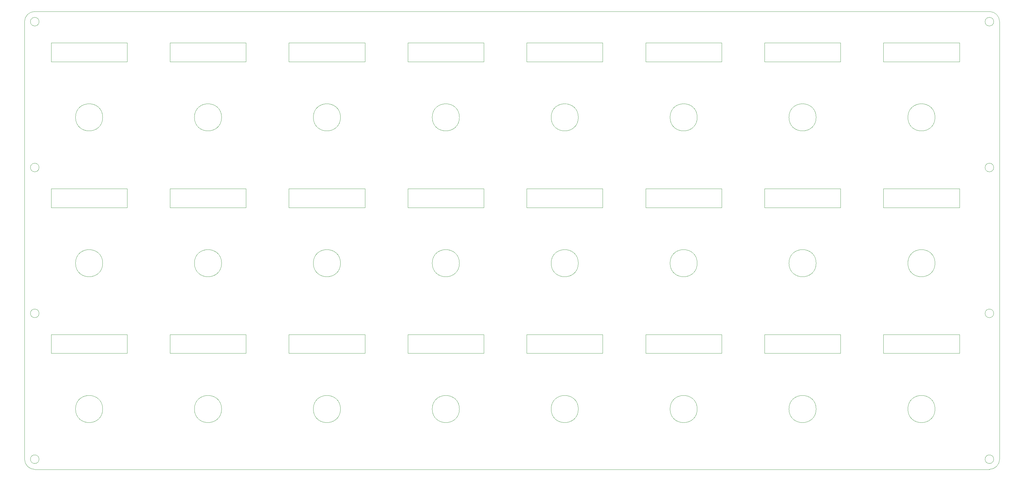
<source format=gbr>
%TF.GenerationSoftware,KiCad,Pcbnew,7.0.7*%
%TF.CreationDate,2024-03-29T21:55:09-04:00*%
%TF.ProjectId,midi-controller_pot-faceplate_teensy,6d696469-2d63-46f6-9e74-726f6c6c6572,rev?*%
%TF.SameCoordinates,Original*%
%TF.FileFunction,Profile,NP*%
%FSLAX46Y46*%
G04 Gerber Fmt 4.6, Leading zero omitted, Abs format (unit mm)*
G04 Created by KiCad (PCBNEW 7.0.7) date 2024-03-29 21:55:09*
%MOMM*%
%LPD*%
G01*
G04 APERTURE LIST*
%TA.AperFunction,Profile*%
%ADD10C,0.100000*%
%TD*%
G04 APERTURE END LIST*
D10*
X155000000Y-145210000D02*
G75*
G03*
X155000000Y-145210000I-4000000J0D01*
G01*
X85000000Y-145210000D02*
G75*
G03*
X85000000Y-145210000I-4000000J0D01*
G01*
X330000000Y-102210000D02*
G75*
G03*
X330000000Y-102210000I-4000000J0D01*
G01*
X330000000Y-188210000D02*
G75*
G03*
X330000000Y-188210000I-4000000J0D01*
G01*
X244810000Y-166210000D02*
X267190000Y-166210000D01*
X267190000Y-171790000D01*
X244810000Y-171790000D01*
X244810000Y-166210000D01*
X66270000Y-160000000D02*
G75*
G03*
X66270000Y-160000000I-1270000J0D01*
G01*
X65000000Y-71000000D02*
X346000000Y-71000000D01*
X209810000Y-123210000D02*
X232190000Y-123210000D01*
X232190000Y-128790000D01*
X209810000Y-128790000D01*
X209810000Y-123210000D01*
X347270000Y-74000000D02*
G75*
G03*
X347270000Y-74000000I-1270000J0D01*
G01*
X209810000Y-80210000D02*
X232190000Y-80210000D01*
X232190000Y-85790000D01*
X209810000Y-85790000D01*
X209810000Y-80210000D01*
X347270000Y-160000000D02*
G75*
G03*
X347270000Y-160000000I-1270000J0D01*
G01*
X260000000Y-145210000D02*
G75*
G03*
X260000000Y-145210000I-4000000J0D01*
G01*
X314810000Y-123210000D02*
X337190000Y-123210000D01*
X337190000Y-128790000D01*
X314810000Y-128790000D01*
X314810000Y-123210000D01*
X225000000Y-102210000D02*
G75*
G03*
X225000000Y-102210000I-4000000J0D01*
G01*
X174810000Y-166210000D02*
X197190000Y-166210000D01*
X197190000Y-171790000D01*
X174810000Y-171790000D01*
X174810000Y-166210000D01*
X120000000Y-188210000D02*
G75*
G03*
X120000000Y-188210000I-4000000J0D01*
G01*
X279810000Y-80210000D02*
X302190000Y-80210000D01*
X302190000Y-85790000D01*
X279810000Y-85790000D01*
X279810000Y-80210000D01*
X66270000Y-117000000D02*
G75*
G03*
X66270000Y-117000000I-1270000J0D01*
G01*
X139810000Y-80210000D02*
X162190000Y-80210000D01*
X162190000Y-85790000D01*
X139810000Y-85790000D01*
X139810000Y-80210000D01*
X349000000Y-74000000D02*
X349000000Y-203000000D01*
X62000000Y-203000000D02*
G75*
G03*
X65000000Y-206000000I3000000J0D01*
G01*
X120000000Y-145210000D02*
G75*
G03*
X120000000Y-145210000I-4000000J0D01*
G01*
X346000000Y-206000000D02*
X65000000Y-206000000D01*
X104810000Y-166210000D02*
X127190000Y-166210000D01*
X127190000Y-171790000D01*
X104810000Y-171790000D01*
X104810000Y-166210000D01*
X314810000Y-166210000D02*
X337190000Y-166210000D01*
X337190000Y-171790000D01*
X314810000Y-171790000D01*
X314810000Y-166210000D01*
X85000000Y-188210000D02*
G75*
G03*
X85000000Y-188210000I-4000000J0D01*
G01*
X279810000Y-166210000D02*
X302190000Y-166210000D01*
X302190000Y-171790000D01*
X279810000Y-171790000D01*
X279810000Y-166210000D01*
X260000000Y-188210000D02*
G75*
G03*
X260000000Y-188210000I-4000000J0D01*
G01*
X279810000Y-123210000D02*
X302190000Y-123210000D01*
X302190000Y-128790000D01*
X279810000Y-128790000D01*
X279810000Y-123210000D01*
X174810000Y-123210000D02*
X197190000Y-123210000D01*
X197190000Y-128790000D01*
X174810000Y-128790000D01*
X174810000Y-123210000D01*
X190000000Y-102210000D02*
G75*
G03*
X190000000Y-102210000I-4000000J0D01*
G01*
X120000000Y-102210000D02*
G75*
G03*
X120000000Y-102210000I-4000000J0D01*
G01*
X104810000Y-80210000D02*
X127190000Y-80210000D01*
X127190000Y-85790000D01*
X104810000Y-85790000D01*
X104810000Y-80210000D01*
X155000000Y-102210000D02*
G75*
G03*
X155000000Y-102210000I-4000000J0D01*
G01*
X190000000Y-145210000D02*
G75*
G03*
X190000000Y-145210000I-4000000J0D01*
G01*
X104810000Y-123210000D02*
X127190000Y-123210000D01*
X127190000Y-128790000D01*
X104810000Y-128790000D01*
X104810000Y-123210000D01*
X139810000Y-166210000D02*
X162190000Y-166210000D01*
X162190000Y-171790000D01*
X139810000Y-171790000D01*
X139810000Y-166210000D01*
X244810000Y-80210000D02*
X267190000Y-80210000D01*
X267190000Y-85790000D01*
X244810000Y-85790000D01*
X244810000Y-80210000D01*
X346000000Y-206000000D02*
G75*
G03*
X349000000Y-203000000I0J3000000D01*
G01*
X225000000Y-145210000D02*
G75*
G03*
X225000000Y-145210000I-4000000J0D01*
G01*
X69810000Y-166210000D02*
X92190000Y-166210000D01*
X92190000Y-171790000D01*
X69810000Y-171790000D01*
X69810000Y-166210000D01*
X155000000Y-188210000D02*
G75*
G03*
X155000000Y-188210000I-4000000J0D01*
G01*
X347270000Y-203000000D02*
G75*
G03*
X347270000Y-203000000I-1270000J0D01*
G01*
X347270000Y-117000000D02*
G75*
G03*
X347270000Y-117000000I-1270000J0D01*
G01*
X62000000Y-203000000D02*
X62000000Y-74000000D01*
X69810000Y-123210000D02*
X92190000Y-123210000D01*
X92190000Y-128790000D01*
X69810000Y-128790000D01*
X69810000Y-123210000D01*
X139810000Y-123210000D02*
X162190000Y-123210000D01*
X162190000Y-128790000D01*
X139810000Y-128790000D01*
X139810000Y-123210000D01*
X295000000Y-102210000D02*
G75*
G03*
X295000000Y-102210000I-4000000J0D01*
G01*
X190000000Y-188210000D02*
G75*
G03*
X190000000Y-188210000I-4000000J0D01*
G01*
X225000000Y-188210000D02*
G75*
G03*
X225000000Y-188210000I-4000000J0D01*
G01*
X174810000Y-80210000D02*
X197190000Y-80210000D01*
X197190000Y-85790000D01*
X174810000Y-85790000D01*
X174810000Y-80210000D01*
X349000000Y-74000000D02*
G75*
G03*
X346000000Y-71000000I-3000000J0D01*
G01*
X330000000Y-145210000D02*
G75*
G03*
X330000000Y-145210000I-4000000J0D01*
G01*
X65000000Y-71000000D02*
G75*
G03*
X62000000Y-74000000I0J-3000000D01*
G01*
X66270000Y-74000000D02*
G75*
G03*
X66270000Y-74000000I-1270000J0D01*
G01*
X244810000Y-123210000D02*
X267190000Y-123210000D01*
X267190000Y-128790000D01*
X244810000Y-128790000D01*
X244810000Y-123210000D01*
X66270000Y-203000000D02*
G75*
G03*
X66270000Y-203000000I-1270000J0D01*
G01*
X209810000Y-166210000D02*
X232190000Y-166210000D01*
X232190000Y-171790000D01*
X209810000Y-171790000D01*
X209810000Y-166210000D01*
X295000000Y-188210000D02*
G75*
G03*
X295000000Y-188210000I-4000000J0D01*
G01*
X295000000Y-145210000D02*
G75*
G03*
X295000000Y-145210000I-4000000J0D01*
G01*
X85000000Y-102210000D02*
G75*
G03*
X85000000Y-102210000I-4000000J0D01*
G01*
X69810000Y-80210000D02*
X92190000Y-80210000D01*
X92190000Y-85790000D01*
X69810000Y-85790000D01*
X69810000Y-80210000D01*
X260000000Y-102210000D02*
G75*
G03*
X260000000Y-102210000I-4000000J0D01*
G01*
X314810000Y-80210000D02*
X337190000Y-80210000D01*
X337190000Y-85790000D01*
X314810000Y-85790000D01*
X314810000Y-80210000D01*
M02*

</source>
